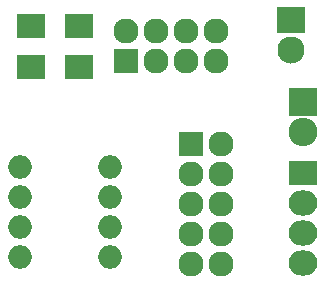
<source format=gbr>
G04 #@! TF.FileFunction,Soldermask,Bot*
%FSLAX46Y46*%
G04 Gerber Fmt 4.6, Leading zero omitted, Abs format (unit mm)*
G04 Created by KiCad (PCBNEW 4.0.1-stable) date 2/3/2016 5:41:03 PM*
%MOMM*%
G01*
G04 APERTURE LIST*
%ADD10C,0.100000*%
%ADD11R,2.400000X2.300000*%
%ADD12C,2.300000*%
%ADD13O,2.000000X2.000000*%
%ADD14R,2.127200X2.127200*%
%ADD15O,2.127200X2.127200*%
%ADD16R,2.432000X2.127200*%
%ADD17O,2.432000X2.127200*%
%ADD18R,2.432000X2.432000*%
%ADD19O,2.432000X2.432000*%
%ADD20R,2.400000X2.100000*%
G04 APERTURE END LIST*
D10*
D11*
X151000000Y-100500000D03*
D12*
X151000000Y-103040000D03*
D13*
X128000000Y-113000000D03*
X128000000Y-115540000D03*
X128000000Y-118080000D03*
X128000000Y-120620000D03*
X135620000Y-120620000D03*
X135620000Y-118080000D03*
X135620000Y-115540000D03*
X135620000Y-113000000D03*
D14*
X142500000Y-111000000D03*
D15*
X145040000Y-111000000D03*
X142500000Y-113540000D03*
X145040000Y-113540000D03*
X142500000Y-116080000D03*
X145040000Y-116080000D03*
X142500000Y-118620000D03*
X145040000Y-118620000D03*
X142500000Y-121160000D03*
X145040000Y-121160000D03*
D14*
X137000000Y-104000000D03*
D15*
X137000000Y-101460000D03*
X139540000Y-104000000D03*
X139540000Y-101460000D03*
X142080000Y-104000000D03*
X142080000Y-101460000D03*
X144620000Y-104000000D03*
X144620000Y-101460000D03*
D16*
X152000000Y-113500000D03*
D17*
X152000000Y-116040000D03*
X152000000Y-118580000D03*
X152000000Y-121120000D03*
D18*
X152000000Y-107500000D03*
D19*
X152000000Y-110040000D03*
D20*
X133000000Y-101000000D03*
X129000000Y-101000000D03*
X129000000Y-104500000D03*
X133000000Y-104500000D03*
M02*

</source>
